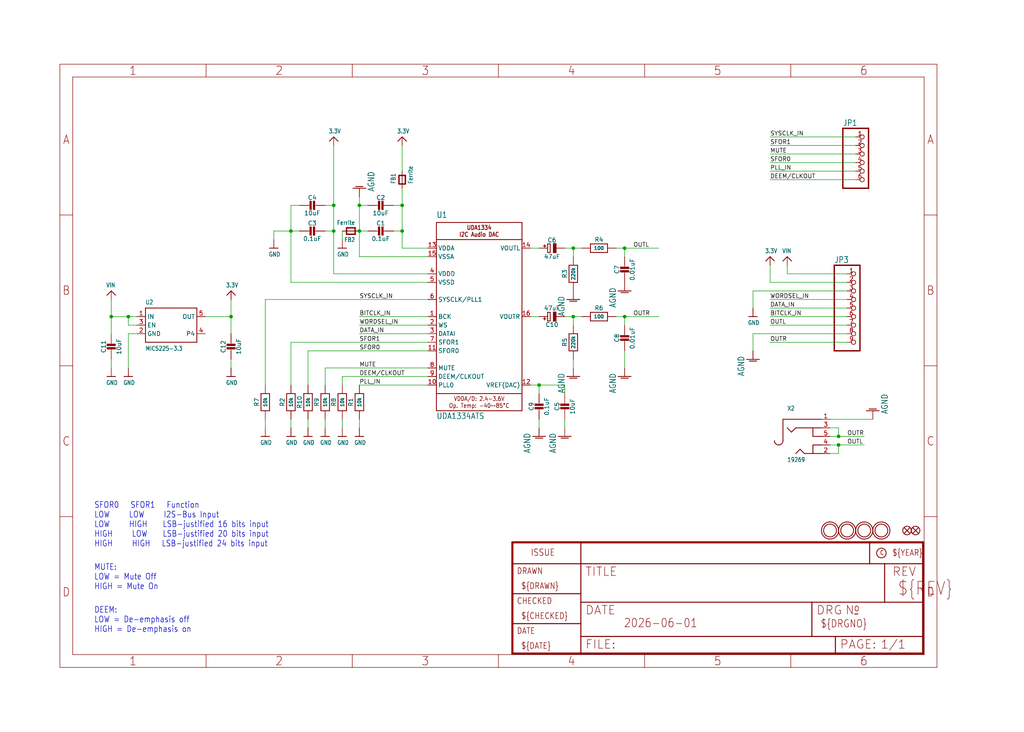
<source format=kicad_sch>
(kicad_sch (version 20230121) (generator eeschema)
  (paper "User" 303.962 217.322)
  (lib_symbols
    (symbol "working-eagle-import:3.3V" (power)
      (property "Value" "3.3V" (at -1.524 1.016 0))
      (symbol "3.3V_1_0"
        (polyline (pts (xy -1.27 -1.27) (xy 0 0)) (stroke (width 0.254)))
        (polyline (pts (xy 0 0) (xy 1.27 -1.27)) (stroke (width 0.254)))
        (pin power_in line (at 0 -2.54 90) (length 2.54) (name "3.3V") (number "1"))
      )
    )
    (symbol "working-eagle-import:AGND" (power)
      (property "Value" "AGND" (at -2.54 -5.08 90))
      (symbol "AGND_1_0"
        (polyline (pts (xy -1.905 0) (xy 1.905 0)) (stroke (width 0.254)))
        (polyline (pts (xy -1.0922 -0.508) (xy 1.0922 -0.508)) (stroke (width 0.254)))
        (pin power_in line (at 0 2.54 270) (length 2.54) (name "AGND") (number "1"))
      )
    )
    (symbol "working-eagle-import:AUDIO_3.5MMJACK"
      (property "Reference" "X" (at -5.08 7.62 0))
      (symbol "AUDIO_3.5MMJACK_1_0"
        (arc (start -8.89 -1.27) (mid -8.518 -2.168) (end -7.62 -2.54) (stroke (width 0.254)))
        (arc (start -7.62 -2.54) (mid -6.722 -2.168) (end -6.35 -1.27) (stroke (width 0.254)))
        (polyline (pts (xy -6.35 5.08) (xy -6.35 -1.27)) (stroke (width 0.254)))
        (polyline (pts (xy -3.81 1.27) (xy -5.08 2.54)) (stroke (width 0.254)))
        (polyline (pts (xy -2.54 2.54) (xy -3.81 1.27)) (stroke (width 0.254)))
        (polyline (pts (xy -1.27 -3.81) (xy -2.54 -5.08)) (stroke (width 0.254)))
        (polyline (pts (xy 0 -5.08) (xy -1.27 -3.81)) (stroke (width 0.254)))
        (polyline (pts (xy 2.54 -5.08) (xy 0 -5.08)) (stroke (width 0.254)))
        (polyline (pts (xy 2.54 -2.54) (xy 2.54 -5.08)) (stroke (width 0.254)))
        (polyline (pts (xy 2.54 0) (xy 2.54 2.54)) (stroke (width 0.254)))
        (polyline (pts (xy 2.54 2.54) (xy -2.54 2.54)) (stroke (width 0.254)))
        (polyline (pts (xy 5.08 -5.08) (xy 2.54 -5.08)) (stroke (width 0.254)))
        (polyline (pts (xy 5.08 -2.54) (xy 2.54 -2.54)) (stroke (width 0.254)))
        (polyline (pts (xy 5.08 0) (xy 2.54 0)) (stroke (width 0.254)))
        (polyline (pts (xy 5.08 2.54) (xy 2.54 2.54)) (stroke (width 0.254)))
        (polyline (pts (xy 5.08 5.08) (xy -6.35 5.08)) (stroke (width 0.254)))
        (pin bidirectional line (at 7.62 5.08 180) (length 2.54) (name "P$1") (number "1"))
        (pin bidirectional line (at 7.62 -5.08 180) (length 2.54) (name "P$5") (number "2"))
        (pin bidirectional line (at 7.62 2.54 180) (length 2.54) (name "P$2") (number "3"))
        (pin bidirectional line (at 7.62 -2.54 180) (length 2.54) (name "P$4") (number "4"))
        (pin bidirectional line (at 7.62 0 180) (length 2.54) (name "P$3") (number "5"))
      )
    )
    (symbol "working-eagle-import:AUDIO_I2S_UDA1334{dblquote}{dblquote}"
      (property "Reference" "U" (at -12.7 29.21 0))
      (symbol "AUDIO_I2S_UDA1334{dblquote}{dblquote}_1_0"
        (polyline (pts (xy -12.7 -27.94) (xy 12.7 -27.94)) (stroke (width 0.254)))
        (polyline (pts (xy -12.7 -22.86) (xy -12.7 -27.94)) (stroke (width 0.254)))
        (polyline (pts (xy -12.7 -22.86) (xy -12.7 22.86)) (stroke (width 0.254)))
        (polyline (pts (xy -12.7 22.86) (xy -12.7 27.94)) (stroke (width 0.254)))
        (polyline (pts (xy -12.7 22.86) (xy 12.7 22.86)) (stroke (width 0.254)))
        (polyline (pts (xy -12.7 27.94) (xy 12.7 27.94)) (stroke (width 0.254)))
        (polyline (pts (xy 12.7 -27.94) (xy 12.7 -22.86)) (stroke (width 0.254)))
        (polyline (pts (xy 12.7 -22.86) (xy -12.7 -22.86)) (stroke (width 0.254)))
        (polyline (pts (xy 12.7 22.86) (xy 12.7 -22.86)) (stroke (width 0.254)))
        (polyline (pts (xy 12.7 27.94) (xy 12.7 22.86)) (stroke (width 0.254)))
        (text "UDA1334\nI2C Audio DAC" (at 0 25.4 0) (effects (font (size 1.27 1.0795) (thickness 0.2159) bold)))
        (text "VDDA/D: 2.4-3.6V\nOp. Temp: -40~~85°C" (at 0 -25.4 0) (effects (font (size 1.27 1.0795))))
        (pin input line (at -15.24 0 0) (length 2.54) (name "BCK") (number "1"))
        (pin input line (at -15.24 -20.32 0) (length 2.54) (name "PLL0") (number "10"))
        (pin input line (at -15.24 -10.16 0) (length 2.54) (name "SFOR0") (number "11"))
        (pin output line (at 15.24 -20.32 180) (length 2.54) (name "VREF(DAC)") (number "12"))
        (pin power_in line (at -15.24 20.32 0) (length 2.54) (name "VDDA") (number "13"))
        (pin output line (at 15.24 20.32 180) (length 2.54) (name "VOUTL") (number "14"))
        (pin power_in line (at -15.24 17.78 0) (length 2.54) (name "VSSA") (number "15"))
        (pin output line (at 15.24 0 180) (length 2.54) (name "VOUTR") (number "16"))
        (pin input line (at -15.24 -2.54 0) (length 2.54) (name "WS") (number "2"))
        (pin input line (at -15.24 -5.08 0) (length 2.54) (name "DATAI") (number "3"))
        (pin power_in line (at -15.24 12.7 0) (length 2.54) (name "VDDD") (number "4"))
        (pin power_in line (at -15.24 10.16 0) (length 2.54) (name "VSSD") (number "5"))
        (pin input line (at -15.24 5.08 0) (length 2.54) (name "SYSCLK/PLL1") (number "6"))
        (pin input line (at -15.24 -7.62 0) (length 2.54) (name "SFOR1") (number "7"))
        (pin input line (at -15.24 -15.24 0) (length 2.54) (name "MUTE") (number "8"))
        (pin bidirectional line (at -15.24 -17.78 0) (length 2.54) (name "DEEM/CLKOUT") (number "9"))
      )
    )
    (symbol "working-eagle-import:CAP_CERAMIC0805-NOOUTLINE"
      (property "Reference" "C" (at -2.29 1.25 90))
      (symbol "CAP_CERAMIC0805-NOOUTLINE_1_0"
        (rectangle (start -1.27 0.508) (end 1.27 1.016) (fill (type outline)))
        (rectangle (start -1.27 1.524) (end 1.27 2.032) (fill (type outline)))
        (polyline (pts (xy 0 0.762) (xy 0 0)) (stroke (width 0.1524)))
        (polyline (pts (xy 0 2.54) (xy 0 1.778)) (stroke (width 0.1524)))
        (pin passive line (at 0 5.08 270) (length 2.54) (name "1") (number "1"))
        (pin passive line (at 0 -2.54 90) (length 2.54) (name "2") (number "2"))
      )
    )
    (symbol "working-eagle-import:CAP_ELECTROLYTICPANASONIC_C"
      (property "Reference" "C" (at -2.39 1.25 90))
      (symbol "CAP_ELECTROLYTICPANASONIC_C_1_0"
        (rectangle (start -1.397 0) (end 1.397 0.889) (fill (type outline)))
        (polyline (pts (xy -1.27 1.778) (xy -1.27 2.54)) (stroke (width 0.254)))
        (polyline (pts (xy -1.27 2.54) (xy 1.27 2.54)) (stroke (width 0.254)))
        (polyline (pts (xy -1.016 3.429) (xy -0.254 3.429)) (stroke (width 0.254)))
        (polyline (pts (xy -0.635 3.81) (xy -0.635 3.048)) (stroke (width 0.254)))
        (polyline (pts (xy 1.27 1.778) (xy -1.27 1.778)) (stroke (width 0.254)))
        (polyline (pts (xy 1.27 2.54) (xy 1.27 1.778)) (stroke (width 0.254)))
        (pin passive line (at 0 5.08 270) (length 2.54) (name "+") (number "+"))
        (pin passive line (at 0 -2.54 90) (length 2.54) (name "-") (number "-"))
      )
    )
    (symbol "working-eagle-import:FERRITE0805"
      (property "Reference" "FB" (at -1.27 1.905 0))
      (symbol "FERRITE0805_1_0"
        (polyline (pts (xy -1.27 -0.9525) (xy -1.27 0.9525)) (stroke (width 0.4064)))
        (polyline (pts (xy -1.27 0.9525) (xy 1.27 0.9525)) (stroke (width 0.4064)))
        (polyline (pts (xy 1.27 -0.9525) (xy -1.27 -0.9525)) (stroke (width 0.4064)))
        (polyline (pts (xy 1.27 0.9525) (xy 1.27 -0.9525)) (stroke (width 0.4064)))
        (pin passive line (at -2.54 0 0) (length 2.54) (name "P$1") (number "1"))
        (pin passive line (at 2.54 0 180) (length 2.54) (name "P$2") (number "2"))
      )
    )
    (symbol "working-eagle-import:FIDUCIAL_1MM"
      (symbol "FIDUCIAL_1MM_1_0"
        (polyline (pts (xy -0.762 0.762) (xy 0.762 -0.762)) (stroke (width 0.254)))
        (polyline (pts (xy 0.762 0.762) (xy -0.762 -0.762)) (stroke (width 0.254)))
        (circle (center 0 0) (radius 1.27) (stroke (width 0.254)))
      )
    )
    (symbol "working-eagle-import:FRAME_A4"
      (symbol "FRAME_A4_1_0"
        (polyline (pts (xy 0 44.7675) (xy 3.81 44.7675)))
        (polyline (pts (xy 0 89.535) (xy 3.81 89.535)))
        (polyline (pts (xy 0 134.3025) (xy 3.81 134.3025)))
        (polyline (pts (xy 3.81 3.81) (xy 3.81 175.26)))
        (polyline (pts (xy 43.3917 0) (xy 43.3917 3.81)))
        (polyline (pts (xy 43.3917 175.26) (xy 43.3917 179.07)))
        (polyline (pts (xy 86.7833 0) (xy 86.7833 3.81)))
        (polyline (pts (xy 86.7833 175.26) (xy 86.7833 179.07)))
        (polyline (pts (xy 130.175 0) (xy 130.175 3.81)))
        (polyline (pts (xy 130.175 175.26) (xy 130.175 179.07)))
        (polyline (pts (xy 173.5667 0) (xy 173.5667 3.81)))
        (polyline (pts (xy 173.5667 175.26) (xy 173.5667 179.07)))
        (polyline (pts (xy 216.9583 0) (xy 216.9583 3.81)))
        (polyline (pts (xy 216.9583 175.26) (xy 216.9583 179.07)))
        (polyline (pts (xy 256.54 3.81) (xy 3.81 3.81)))
        (polyline (pts (xy 256.54 3.81) (xy 256.54 8.89)) (stroke (width 0.1016)))
        (polyline (pts (xy 256.54 3.81) (xy 256.54 175.26)))
        (polyline (pts (xy 256.54 8.89) (xy 256.54 13.97)) (stroke (width 0.1016)))
        (polyline (pts (xy 256.54 13.97) (xy 256.54 19.05)) (stroke (width 0.1016)))
        (polyline (pts (xy 256.54 19.05) (xy 256.54 36.83)) (stroke (width 0.1016)))
        (polyline (pts (xy 256.54 44.7675) (xy 260.35 44.7675)))
        (polyline (pts (xy 256.54 89.535) (xy 260.35 89.535)))
        (polyline (pts (xy 256.54 134.3025) (xy 260.35 134.3025)))
        (polyline (pts (xy 256.54 175.26) (xy 3.81 175.26)))
        (polyline (pts (xy 0 0) (xy 260.35 0) (xy 260.35 179.07) (xy 0 179.07) (xy 0 0)))
        (text "1" (at 21.6958 1.905 0) (effects (font (size 2.54 2.286))))
        (text "1" (at 21.6958 177.165 0) (effects (font (size 2.54 2.286))))
        (text "2" (at 65.0875 1.905 0) (effects (font (size 2.54 2.286))))
        (text "2" (at 65.0875 177.165 0) (effects (font (size 2.54 2.286))))
        (text "3" (at 108.4792 1.905 0) (effects (font (size 2.54 2.286))))
        (text "3" (at 108.4792 177.165 0) (effects (font (size 2.54 2.286))))
        (text "4" (at 151.8708 1.905 0) (effects (font (size 2.54 2.286))))
        (text "4" (at 151.8708 177.165 0) (effects (font (size 2.54 2.286))))
        (text "5" (at 195.2625 1.905 0) (effects (font (size 2.54 2.286))))
        (text "5" (at 195.2625 177.165 0) (effects (font (size 2.54 2.286))))
        (text "6" (at 238.6542 1.905 0) (effects (font (size 2.54 2.286))))
        (text "6" (at 238.6542 177.165 0) (effects (font (size 2.54 2.286))))
        (text "A" (at 1.905 156.6863 0) (effects (font (size 2.54 2.286))))
        (text "A" (at 258.445 156.6863 0) (effects (font (size 2.54 2.286))))
        (text "B" (at 1.905 111.9188 0) (effects (font (size 2.54 2.286))))
        (text "B" (at 258.445 111.9188 0) (effects (font (size 2.54 2.286))))
        (text "C" (at 1.905 67.1513 0) (effects (font (size 2.54 2.286))))
        (text "C" (at 258.445 67.1513 0) (effects (font (size 2.54 2.286))))
        (text "D" (at 1.905 22.3838 0) (effects (font (size 2.54 2.286))))
        (text "D" (at 258.445 22.3838 0) (effects (font (size 2.54 2.286))))
      )
      (symbol "FRAME_A4_2_0"
        (polyline (pts (xy -0.3048 1.5748) (xy 20.0152 1.5748)) (stroke (width 0.6096)))
        (polyline (pts (xy -0.3048 10.4648) (xy -0.3048 1.5748)) (stroke (width 0.6096)))
        (polyline (pts (xy -0.3048 10.4648) (xy 20.0152 10.4648)) (stroke (width 0.3048)))
        (polyline (pts (xy -0.3048 19.3548) (xy -0.3048 10.4648)) (stroke (width 0.6096)))
        (polyline (pts (xy -0.3048 19.3548) (xy 20.0152 19.3548)) (stroke (width 0.3048)))
        (polyline (pts (xy -0.3048 28.2448) (xy -0.3048 19.3548)) (stroke (width 0.6096)))
        (polyline (pts (xy -0.3048 28.2448) (xy 20.0152 28.2448)) (stroke (width 0.3048)))
        (polyline (pts (xy -0.3048 34.5948) (xy -0.3048 28.2448)) (stroke (width 0.6096)))
        (polyline (pts (xy 20.0152 1.5748) (xy 20.0152 6.6548)) (stroke (width 0.3048)))
        (polyline (pts (xy 20.0152 1.5748) (xy 95.5802 1.5748)) (stroke (width 0.6096)))
        (polyline (pts (xy 20.0152 6.6548) (xy 20.0152 10.4648)) (stroke (width 0.3048)))
        (polyline (pts (xy 20.0152 6.6548) (xy 88.5952 6.6548)) (stroke (width 0.3048)))
        (polyline (pts (xy 20.0152 10.4648) (xy 20.0152 16.8148)) (stroke (width 0.3048)))
        (polyline (pts (xy 20.0152 16.8148) (xy 20.0152 19.3548)) (stroke (width 0.3048)))
        (polyline (pts (xy 20.0152 19.3548) (xy 20.0152 28.2448)) (stroke (width 0.3048)))
        (polyline (pts (xy 20.0152 28.2448) (xy 20.0152 34.5948)) (stroke (width 0.3048)))
        (polyline (pts (xy 20.0152 28.2448) (xy 105.7402 28.2448)) (stroke (width 0.3048)))
        (polyline (pts (xy 20.0152 34.5948) (xy -0.3048 34.5948)) (stroke (width 0.6096)))
        (polyline (pts (xy 88.5952 6.6548) (xy 95.5802 6.6548)) (stroke (width 0.3048)))
        (polyline (pts (xy 88.5952 16.8148) (xy 20.0152 16.8148)) (stroke (width 0.3048)))
        (polyline (pts (xy 88.5952 16.8148) (xy 88.5952 6.6548)) (stroke (width 0.3048)))
        (polyline (pts (xy 95.5802 1.5748) (xy 121.6152 1.5748)) (stroke (width 0.6096)))
        (polyline (pts (xy 95.5802 6.6548) (xy 95.5802 1.5748)) (stroke (width 0.3048)))
        (polyline (pts (xy 95.5802 6.6548) (xy 121.6152 6.6548)) (stroke (width 0.3048)))
        (polyline (pts (xy 101.2952 13.3223) (xy 102.2477 13.3223)) (stroke (width 0.254)))
        (polyline (pts (xy 105.7402 28.2448) (xy 105.7402 34.5948)) (stroke (width 0.3048)))
        (polyline (pts (xy 105.7402 28.2448) (xy 110.1852 28.2448)) (stroke (width 0.3048)))
        (polyline (pts (xy 105.7402 34.5948) (xy 20.0152 34.5948)) (stroke (width 0.6096)))
        (polyline (pts (xy 110.1852 16.8148) (xy 88.5952 16.8148)) (stroke (width 0.3048)))
        (polyline (pts (xy 110.1852 28.2448) (xy 110.1852 16.8148)) (stroke (width 0.3048)))
        (polyline (pts (xy 110.1852 28.2448) (xy 121.6152 28.2448)) (stroke (width 0.3048)))
        (polyline (pts (xy 121.6152 6.6548) (xy 121.6152 1.5748)) (stroke (width 0.6096)))
        (polyline (pts (xy 121.6152 16.8148) (xy 110.1852 16.8148)) (stroke (width 0.3048)))
        (polyline (pts (xy 121.6152 16.8148) (xy 121.6152 6.6548)) (stroke (width 0.6096)))
        (polyline (pts (xy 121.6152 28.2448) (xy 121.6152 16.8148)) (stroke (width 0.6096)))
        (polyline (pts (xy 121.6152 34.5948) (xy 105.7402 34.5948)) (stroke (width 0.6096)))
        (polyline (pts (xy 121.6152 34.5948) (xy 121.6152 28.2448)) (stroke (width 0.6096)))
        (circle (center 109.2327 31.4198) (radius 1.4199) (stroke (width 0.254)))
        (text "${#}/${##}" (at 108.9152 2.8448 0) (effects (font (size 2.54 2.54)) (justify left bottom)))
        (text "${CHECKED}" (at 2.2352 11.7348 0) (effects (font (size 1.778 1.5113)) (justify left bottom)))
        (text "${COMPANY}" (at 23.349 29.6735 0) (effects (font (size 3.175 2.6987) (thickness 0.5397) bold) (justify left bottom)))
        (text "${CURRENT_DATE}" (at 32.7152 9.1948 0) (effects (font (size 2.54 2.159)) (justify left bottom)))
        (text "${DATE}" (at 2.2352 2.8448 0) (effects (font (size 1.778 1.5113)) (justify left bottom)))
        (text "${DRAWN}" (at 2.2352 20.6248 0) (effects (font (size 1.778 1.5113)) (justify left bottom)))
        (text "${DRGNO}" (at 91.1352 9.1948 0) (effects (font (size 2.1844 1.8567)) (justify left bottom)))
        (text "${PROJECTNAME}" (at 33.0327 2.8448 0) (effects (font (size 2.54 2.159)) (justify left bottom)))
        (text "${REV}" (at 113.9952 18.7198 0) (effects (font (size 3.81 3.2385)) (justify left bottom)))
        (text "${YEAR}" (at 112.4077 30.4673 0) (effects (font (size 1.778 1.5113)) (justify left bottom)))
        (text "C" (at 108.7564 30.7848 0) (effects (font (size 1.27 1.0795)) (justify left bottom)))
        (text "CHECKED" (at 0.9652 16.1798 0) (effects (font (size 1.778 1.5113)) (justify left bottom)))
        (text "DATE" (at 0.9652 7.2898 0) (effects (font (size 1.778 1.5113)) (justify left bottom)))
        (text "DATE" (at 21.2852 13.0048 0) (effects (font (size 2.54 2.54)) (justify left bottom)))
        (text "DRAWN" (at 0.9652 25.0698 0) (effects (font (size 1.778 1.5113)) (justify left bottom)))
        (text "DRG" (at 89.8652 13.0048 0) (effects (font (size 2.54 2.54)) (justify left bottom)))
        (text "FILE:" (at 21.2852 2.8448 0) (effects (font (size 2.54 2.54)) (justify left bottom)))
        (text "ISSUE" (at 5.0927 30.4673 0) (effects (font (size 1.9304 1.6408)) (justify left bottom)))
        (text "N" (at 98.4377 13.0048 0) (effects (font (size 2.54 2.54)) (justify left bottom)))
        (text "o" (at 100.9777 13.9573 0) (effects (font (size 2.1844 1.8567)) (justify left bottom)))
        (text "PAGE:" (at 96.8502 2.8448 0) (effects (font (size 2.54 2.54)) (justify left bottom)))
        (text "REV" (at 112.4077 24.4348 0) (effects (font (size 2.54 2.54)) (justify left bottom)))
        (text "TITLE" (at 21.2852 24.4348 0) (effects (font (size 2.54 2.54)) (justify left bottom)))
      )
    )
    (symbol "working-eagle-import:GND" (power)
      (property "Value" "GND" (at -1.524 -2.54 0))
      (symbol "GND_1_0"
        (polyline (pts (xy -1.27 0) (xy 1.27 0)) (stroke (width 0.254)))
        (pin power_in line (at 0 2.54 270) (length 2.54) (name "GND") (number "1"))
      )
    )
    (symbol "working-eagle-import:HEADER-1X670MIL"
      (property "Reference" "JP" (at -6.35 10.795 0))
      (symbol "HEADER-1X670MIL_1_0"
        (polyline (pts (xy -6.35 -7.62) (xy 1.27 -7.62)) (stroke (width 0.4064)))
        (polyline (pts (xy -6.35 10.16) (xy -6.35 -7.62)) (stroke (width 0.4064)))
        (polyline (pts (xy 1.27 -7.62) (xy 1.27 10.16)) (stroke (width 0.4064)))
        (polyline (pts (xy 1.27 10.16) (xy -6.35 10.16)) (stroke (width 0.4064)))
        (pin passive inverted (at -2.54 7.62 0) (length 2.54) (name "1") (number "1"))
        (pin passive inverted (at -2.54 5.08 0) (length 2.54) (name "2") (number "2"))
        (pin passive inverted (at -2.54 2.54 0) (length 2.54) (name "3") (number "3"))
        (pin passive inverted (at -2.54 0 0) (length 2.54) (name "4") (number "4"))
        (pin passive inverted (at -2.54 -2.54 0) (length 2.54) (name "5") (number "5"))
        (pin passive inverted (at -2.54 -5.08 0) (length 2.54) (name "6") (number "6"))
      )
    )
    (symbol "working-eagle-import:HEADER-1X970MIL"
      (property "Reference" "JP" (at -6.35 13.335 0))
      (symbol "HEADER-1X970MIL_1_0"
        (polyline (pts (xy -6.35 -12.7) (xy 1.27 -12.7)) (stroke (width 0.4064)))
        (polyline (pts (xy -6.35 12.7) (xy -6.35 -12.7)) (stroke (width 0.4064)))
        (polyline (pts (xy 1.27 -12.7) (xy 1.27 12.7)) (stroke (width 0.4064)))
        (polyline (pts (xy 1.27 12.7) (xy -6.35 12.7)) (stroke (width 0.4064)))
        (pin passive inverted (at -2.54 10.16 0) (length 2.54) (name "1") (number "1"))
        (pin passive inverted (at -2.54 7.62 0) (length 2.54) (name "2") (number "2"))
        (pin passive inverted (at -2.54 5.08 0) (length 2.54) (name "3") (number "3"))
        (pin passive inverted (at -2.54 2.54 0) (length 2.54) (name "4") (number "4"))
        (pin passive inverted (at -2.54 0 0) (length 2.54) (name "5") (number "5"))
        (pin passive inverted (at -2.54 -2.54 0) (length 2.54) (name "6") (number "6"))
        (pin passive inverted (at -2.54 -5.08 0) (length 2.54) (name "7") (number "7"))
        (pin passive inverted (at -2.54 -7.62 0) (length 2.54) (name "8") (number "8"))
        (pin passive inverted (at -2.54 -10.16 0) (length 2.54) (name "9") (number "9"))
      )
    )
    (symbol "working-eagle-import:MOUNTINGHOLE2.5"
      (symbol "MOUNTINGHOLE2.5_1_0"
        (circle (center 0 0) (radius 1.905) (stroke (width 0.254)))
        (circle (center 0 0) (radius 2.54) (stroke (width 0.254)))
      )
    )
    (symbol "working-eagle-import:RESISTOR0805_NOOUTLINE"
      (property "Reference" "R" (at 0 2.54 0))
      (symbol "RESISTOR0805_NOOUTLINE_1_0"
        (polyline (pts (xy -2.54 -1.27) (xy -2.54 1.27)) (stroke (width 0.254)))
        (polyline (pts (xy -2.54 1.27) (xy 2.54 1.27)) (stroke (width 0.254)))
        (polyline (pts (xy 2.54 -1.27) (xy -2.54 -1.27)) (stroke (width 0.254)))
        (polyline (pts (xy 2.54 1.27) (xy 2.54 -1.27)) (stroke (width 0.254)))
        (pin passive line (at -5.08 0 0) (length 2.54) (name "1") (number "1"))
        (pin passive line (at 5.08 0 180) (length 2.54) (name "2") (number "2"))
      )
    )
    (symbol "working-eagle-import:RESISTOR_0603_NOOUT"
      (property "Reference" "R" (at 0 2.54 0))
      (symbol "RESISTOR_0603_NOOUT_1_0"
        (polyline (pts (xy -2.54 -1.27) (xy -2.54 1.27)) (stroke (width 0.254)))
        (polyline (pts (xy -2.54 1.27) (xy 2.54 1.27)) (stroke (width 0.254)))
        (polyline (pts (xy 2.54 -1.27) (xy -2.54 -1.27)) (stroke (width 0.254)))
        (polyline (pts (xy 2.54 1.27) (xy 2.54 -1.27)) (stroke (width 0.254)))
        (pin passive line (at -5.08 0 0) (length 2.54) (name "1") (number "1"))
        (pin passive line (at 5.08 0 180) (length 2.54) (name "2") (number "2"))
      )
    )
    (symbol "working-eagle-import:VIN" (power)
      (property "Value" "VIN" (at -1.524 1.016 0))
      (symbol "VIN_1_0"
        (polyline (pts (xy -1.27 -1.27) (xy 0 0)) (stroke (width 0.254)))
        (polyline (pts (xy 0 0) (xy 1.27 -1.27)) (stroke (width 0.254)))
        (pin power_in line (at 0 -2.54 90) (length 2.54) (name "VIN") (number "1"))
      )
    )
    (symbol "working-eagle-import:VREG_SOT23-5"
      (property "Reference" "U" (at -7.62 6.096 0))
      (symbol "VREG_SOT23-5_1_0"
        (polyline (pts (xy -7.62 -5.08) (xy -7.62 5.08)) (stroke (width 0.254)))
        (polyline (pts (xy -7.62 5.08) (xy 7.62 5.08)) (stroke (width 0.254)))
        (polyline (pts (xy 7.62 -5.08) (xy -7.62 -5.08)) (stroke (width 0.254)))
        (polyline (pts (xy 7.62 5.08) (xy 7.62 -5.08)) (stroke (width 0.254)))
        (pin power_in line (at -10.16 2.54 0) (length 2.54) (name "IN") (number "1"))
        (pin power_in line (at -10.16 -2.54 0) (length 2.54) (name "GND") (number "2"))
        (pin input line (at -10.16 0 0) (length 2.54) (name "EN") (number "3"))
        (pin bidirectional line (at 10.16 -2.54 180) (length 2.54) (name "P4") (number "4"))
        (pin power_in line (at 10.16 2.54 180) (length 2.54) (name "OUT") (number "5"))
      )
    )
  )
  (junction (at 68.58 93.98))
  (junction (at 170.18 73.66))
  (junction (at 33.02 93.98))
  (junction (at 185.42 73.66))
  (junction (at 106.68 60.96))
  (junction (at 99.06 68.58))
  (junction (at 170.18 93.98))
  (junction (at 99.06 60.96))
  (junction (at 119.38 68.58))
  (junction (at 86.36 68.58))
  (junction (at 38.1 93.98))
  (junction (at 106.68 68.58))
  (junction (at 248.92 132.08))
  (junction (at 185.42 93.98))
  (junction (at 248.92 129.54))
  (junction (at 119.38 60.96))
  (junction (at 160.02 114.3))
  (wire (pts (xy 119.38 73.66) (xy 119.38 68.58)) (stroke (width 0.1524)))
  (wire (pts (xy 160.02 114.3) (xy 167.64 114.3)) (stroke (width 0.1524)))
  (wire (pts (xy 86.36 68.58) (xy 81.28 68.58)) (stroke (width 0.1524)))
  (wire (pts (xy 101.6 111.76) (xy 101.6 114.3)) (stroke (width 0.1524)))
  (wire (pts (xy 68.58 106.68) (xy 68.58 109.22)) (stroke (width 0.1524)))
  (wire (pts (xy 106.68 58.42) (xy 106.68 60.96)) (stroke (width 0.1524)))
  (wire (pts (xy 127 114.3) (xy 106.68 114.3)) (stroke (width 0.1524)))
  (wire (pts (xy 116.84 68.58) (xy 119.38 68.58)) (stroke (width 0.1524)))
  (wire (pts (xy 185.42 93.98) (xy 185.42 96.52)) (stroke (width 0.1524)))
  (wire (pts (xy 86.36 60.96) (xy 88.9 60.96)) (stroke (width 0.1524)))
  (wire (pts (xy 251.46 88.9) (xy 228.6 88.9)) (stroke (width 0.1524)))
  (wire (pts (xy 182.88 73.66) (xy 185.42 73.66)) (stroke (width 0.1524)))
  (wire (pts (xy 127 99.06) (xy 106.68 99.06)) (stroke (width 0.1524)))
  (wire (pts (xy 99.06 81.28) (xy 99.06 68.58)) (stroke (width 0.1524)))
  (wire (pts (xy 40.64 93.98) (xy 38.1 93.98)) (stroke (width 0.1524)))
  (wire (pts (xy 185.42 104.14) (xy 185.42 109.22)) (stroke (width 0.1524)))
  (wire (pts (xy 119.38 50.8) (xy 119.38 43.18)) (stroke (width 0.1524)))
  (wire (pts (xy 127 111.76) (xy 101.6 111.76)) (stroke (width 0.1524)))
  (wire (pts (xy 157.48 114.3) (xy 160.02 114.3)) (stroke (width 0.1524)))
  (wire (pts (xy 81.28 68.58) (xy 81.28 71.12)) (stroke (width 0.1524)))
  (wire (pts (xy 91.44 124.46) (xy 91.44 127)) (stroke (width 0.1524)))
  (wire (pts (xy 101.6 68.58) (xy 101.6 71.12)) (stroke (width 0.1524)))
  (wire (pts (xy 38.1 96.52) (xy 38.1 93.98)) (stroke (width 0.1524)))
  (wire (pts (xy 251.46 91.44) (xy 228.6 91.44)) (stroke (width 0.1524)))
  (wire (pts (xy 233.68 81.28) (xy 233.68 78.74)) (stroke (width 0.1524)))
  (wire (pts (xy 86.36 83.82) (xy 86.36 68.58)) (stroke (width 0.1524)))
  (wire (pts (xy 106.68 68.58) (xy 106.68 60.96)) (stroke (width 0.1524)))
  (wire (pts (xy 223.52 99.06) (xy 223.52 104.14)) (stroke (width 0.1524)))
  (wire (pts (xy 246.38 127) (xy 248.92 127)) (stroke (width 0.1524)))
  (wire (pts (xy 254 45.72) (xy 228.6 45.72)) (stroke (width 0.1524)))
  (wire (pts (xy 185.42 93.98) (xy 195.58 93.98)) (stroke (width 0.1524)))
  (wire (pts (xy 223.52 86.36) (xy 223.52 91.44)) (stroke (width 0.1524)))
  (wire (pts (xy 127 83.82) (xy 86.36 83.82)) (stroke (width 0.1524)))
  (wire (pts (xy 99.06 60.96) (xy 99.06 43.18)) (stroke (width 0.1524)))
  (wire (pts (xy 68.58 93.98) (xy 68.58 88.9)) (stroke (width 0.1524)))
  (wire (pts (xy 251.46 86.36) (xy 223.52 86.36)) (stroke (width 0.1524)))
  (wire (pts (xy 127 96.52) (xy 106.68 96.52)) (stroke (width 0.1524)))
  (wire (pts (xy 251.46 96.52) (xy 228.6 96.52)) (stroke (width 0.1524)))
  (wire (pts (xy 99.06 68.58) (xy 99.06 60.96)) (stroke (width 0.1524)))
  (wire (pts (xy 228.6 83.82) (xy 228.6 78.74)) (stroke (width 0.1524)))
  (wire (pts (xy 106.68 60.96) (xy 109.22 60.96)) (stroke (width 0.1524)))
  (wire (pts (xy 254 53.34) (xy 228.6 53.34)) (stroke (width 0.1524)))
  (wire (pts (xy 40.64 99.06) (xy 38.1 99.06)) (stroke (width 0.1524)))
  (wire (pts (xy 248.92 129.54) (xy 256.54 129.54)) (stroke (width 0.1524)))
  (wire (pts (xy 101.6 124.46) (xy 101.6 127)) (stroke (width 0.1524)))
  (wire (pts (xy 106.68 124.46) (xy 106.68 127)) (stroke (width 0.1524)))
  (wire (pts (xy 170.18 73.66) (xy 167.64 73.66)) (stroke (width 0.1524)))
  (wire (pts (xy 251.46 83.82) (xy 228.6 83.82)) (stroke (width 0.1524)))
  (wire (pts (xy 170.18 106.68) (xy 170.18 109.22)) (stroke (width 0.1524)))
  (wire (pts (xy 251.46 101.6) (xy 228.6 101.6)) (stroke (width 0.1524)))
  (wire (pts (xy 106.68 76.2) (xy 106.68 68.58)) (stroke (width 0.1524)))
  (wire (pts (xy 254 50.8) (xy 228.6 50.8)) (stroke (width 0.1524)))
  (wire (pts (xy 127 76.2) (xy 106.68 76.2)) (stroke (width 0.1524)))
  (wire (pts (xy 246.38 129.54) (xy 248.92 129.54)) (stroke (width 0.1524)))
  (wire (pts (xy 60.96 93.98) (xy 68.58 93.98)) (stroke (width 0.1524)))
  (wire (pts (xy 182.88 93.98) (xy 185.42 93.98)) (stroke (width 0.1524)))
  (wire (pts (xy 170.18 76.2) (xy 170.18 73.66)) (stroke (width 0.1524)))
  (wire (pts (xy 167.64 114.3) (xy 167.64 116.84)) (stroke (width 0.1524)))
  (wire (pts (xy 259.08 124.46) (xy 246.38 124.46)) (stroke (width 0.1524)))
  (wire (pts (xy 160.02 93.98) (xy 157.48 93.98)) (stroke (width 0.1524)))
  (wire (pts (xy 127 109.22) (xy 96.52 109.22)) (stroke (width 0.1524)))
  (wire (pts (xy 185.42 73.66) (xy 185.42 76.2)) (stroke (width 0.1524)))
  (wire (pts (xy 248.92 127) (xy 248.92 129.54)) (stroke (width 0.1524)))
  (wire (pts (xy 170.18 73.66) (xy 172.72 73.66)) (stroke (width 0.1524)))
  (wire (pts (xy 251.46 99.06) (xy 223.52 99.06)) (stroke (width 0.1524)))
  (wire (pts (xy 119.38 68.58) (xy 119.38 60.96)) (stroke (width 0.1524)))
  (wire (pts (xy 254 48.26) (xy 228.6 48.26)) (stroke (width 0.1524)))
  (wire (pts (xy 127 81.28) (xy 99.06 81.28)) (stroke (width 0.1524)))
  (wire (pts (xy 33.02 99.06) (xy 33.02 93.98)) (stroke (width 0.1524)))
  (wire (pts (xy 86.36 68.58) (xy 86.36 60.96)) (stroke (width 0.1524)))
  (wire (pts (xy 86.36 124.46) (xy 86.36 127)) (stroke (width 0.1524)))
  (wire (pts (xy 127 104.14) (xy 91.44 104.14)) (stroke (width 0.1524)))
  (wire (pts (xy 96.52 109.22) (xy 96.52 114.3)) (stroke (width 0.1524)))
  (wire (pts (xy 251.46 81.28) (xy 233.68 81.28)) (stroke (width 0.1524)))
  (wire (pts (xy 127 93.98) (xy 106.68 93.98)) (stroke (width 0.1524)))
  (wire (pts (xy 88.9 68.58) (xy 86.36 68.58)) (stroke (width 0.1524)))
  (wire (pts (xy 96.52 124.46) (xy 96.52 127)) (stroke (width 0.1524)))
  (wire (pts (xy 40.64 96.52) (xy 38.1 96.52)) (stroke (width 0.1524)))
  (wire (pts (xy 96.52 60.96) (xy 99.06 60.96)) (stroke (width 0.1524)))
  (wire (pts (xy 254 43.18) (xy 228.6 43.18)) (stroke (width 0.1524)))
  (wire (pts (xy 157.48 73.66) (xy 160.02 73.66)) (stroke (width 0.1524)))
  (wire (pts (xy 86.36 101.6) (xy 86.36 114.3)) (stroke (width 0.1524)))
  (wire (pts (xy 38.1 93.98) (xy 33.02 93.98)) (stroke (width 0.1524)))
  (wire (pts (xy 254 40.64) (xy 228.6 40.64)) (stroke (width 0.1524)))
  (wire (pts (xy 33.02 106.68) (xy 33.02 109.22)) (stroke (width 0.1524)))
  (wire (pts (xy 119.38 60.96) (xy 119.38 55.88)) (stroke (width 0.1524)))
  (wire (pts (xy 170.18 93.98) (xy 172.72 93.98)) (stroke (width 0.1524)))
  (wire (pts (xy 160.02 114.3) (xy 160.02 116.84)) (stroke (width 0.1524)))
  (wire (pts (xy 248.92 132.08) (xy 256.54 132.08)) (stroke (width 0.1524)))
  (wire (pts (xy 246.38 134.62) (xy 248.92 134.62)) (stroke (width 0.1524)))
  (wire (pts (xy 185.42 73.66) (xy 195.58 73.66)) (stroke (width 0.1524)))
  (wire (pts (xy 33.02 93.98) (xy 33.02 88.9)) (stroke (width 0.1524)))
  (wire (pts (xy 91.44 104.14) (xy 91.44 114.3)) (stroke (width 0.1524)))
  (wire (pts (xy 96.52 68.58) (xy 99.06 68.58)) (stroke (width 0.1524)))
  (wire (pts (xy 127 73.66) (xy 119.38 73.66)) (stroke (width 0.1524)))
  (wire (pts (xy 170.18 93.98) (xy 167.64 93.98)) (stroke (width 0.1524)))
  (wire (pts (xy 246.38 132.08) (xy 248.92 132.08)) (stroke (width 0.1524)))
  (wire (pts (xy 170.18 96.52) (xy 170.18 93.98)) (stroke (width 0.1524)))
  (wire (pts (xy 251.46 93.98) (xy 228.6 93.98)) (stroke (width 0.1524)))
  (wire (pts (xy 167.64 124.46) (xy 167.64 127)) (stroke (width 0.1524)))
  (wire (pts (xy 78.74 124.46) (xy 78.74 127)) (stroke (width 0.1524)))
  (wire (pts (xy 68.58 99.06) (xy 68.58 93.98)) (stroke (width 0.1524)))
  (wire (pts (xy 127 88.9) (xy 78.74 88.9)) (stroke (width 0.1524)))
  (wire (pts (xy 78.74 88.9) (xy 78.74 114.3)) (stroke (width 0.1524)))
  (wire (pts (xy 38.1 99.06) (xy 38.1 109.22)) (stroke (width 0.1524)))
  (wire (pts (xy 116.84 60.96) (xy 119.38 60.96)) (stroke (width 0.1524)))
  (wire (pts (xy 127 101.6) (xy 86.36 101.6)) (stroke (width 0.1524)))
  (wire (pts (xy 109.22 68.58) (xy 106.68 68.58)) (stroke (width 0.1524)))
  (wire (pts (xy 248.92 132.08) (xy 248.92 134.62)) (stroke (width 0.1524)))
  (wire (pts (xy 160.02 124.46) (xy 160.02 127)) (stroke (width 0.1524)))
  (text "MUTE:\nLOW = Mute Off\nHIGH = Mute On" (at 27.94 175.26 0) (effects (font (size 1.778 1.5113)) (justify left bottom)))
  (text "DEEM:\nLOW = De-emphasis off\nHIGH = De-emphasis on" (at 27.94 187.96 0) (effects (font (size 1.778 1.5113)) (justify left bottom)))
  (text "SFOR0   SFOR1   Function\nLOW     LOW     I2S-Bus Input\nLOW     HIGH    LSB-justified 16 bits input\nHIGH     LOW    LSB-justified 20 bits input\nHIGH     HIGH   LSB-justified 24 bits input" (at 27.94 162.56 0) (effects (font (size 1.778 1.5113)) (justify left bottom)))
  (label "WORDSEL_IN" (at 228.6 88.9 0) (effects (font (size 1.2446 1.2446))))
  (label "MUTE" (at 106.68 109.22 0) (effects (font (size 1.2446 1.2446))))
  (label "OUTR" (at 251.46 129.54 0) (effects (font (size 1.2446 1.2446))))
  (label "OUTL" (at 251.46 132.08 0) (effects (font (size 1.2446 1.2446))))
  (label "DEEM/CLKOUT" (at 106.68 111.76 0) (effects (font (size 1.2446 1.2446))))
  (label "BITCLK_IN" (at 228.6 93.98 0) (effects (font (size 1.2446 1.2446))))
  (label "MUTE" (at 228.6 45.72 0) (effects (font (size 1.2446 1.2446))))
  (label "SFOR1" (at 228.6 43.18 0) (effects (font (size 1.2446 1.2446))))
  (label "OUTR" (at 228.6 101.6 0) (effects (font (size 1.2446 1.2446))))
  (label "DATA_IN" (at 106.68 99.06 0) (effects (font (size 1.2446 1.2446))))
  (label "SFOR1" (at 106.68 101.6 0) (effects (font (size 1.2446 1.2446))))
  (label "SFOR0" (at 228.6 48.26 0) (effects (font (size 1.2446 1.2446))))
  (label "PLL_IN" (at 106.68 114.3 0) (effects (font (size 1.2446 1.2446))))
  (label "DEEM/CLKOUT" (at 228.6 53.34 0) (effects (font (size 1.2446 1.2446))))
  (label "SYSCLK_IN" (at 106.68 88.9 0) (effects (font (size 1.2446 1.2446))))
  (label "DATA_IN" (at 228.6 91.44 0) (effects (font (size 1.2446 1.2446))))
  (label "OUTL" (at 187.96 73.66 0) (effects (font (size 1.2446 1.2446))))
  (label "OUTR" (at 187.96 93.98 0) (effects (font (size 1.2446 1.2446))))
  (label "WORDSEL_IN" (at 106.68 96.52 0) (effects (font (size 1.2446 1.2446))))
  (label "BITCLK_IN" (at 106.68 93.98 0) (effects (font (size 1.2446 1.2446))))
  (label "SYSCLK_IN" (at 228.6 40.64 0) (effects (font (size 1.2446 1.2446))))
  (label "PLL_IN" (at 228.6 50.8 0) (effects (font (size 1.2446 1.2446))))
  (label "OUTL" (at 228.6 96.52 0) (effects (font (size 1.2446 1.2446))))
  (label "SFOR0" (at 106.68 104.14 0) (effects (font (size 1.2446 1.2446))))
  (symbol (lib_id "working-eagle-import:3.3V") (at 68.58 86.36 0) (unit 1)
    (property "Reference" "#U$21" (effects hide))
    (property "Value" "3.3V" (at 67.056 85.344 0) (effects (font (size 1.27 1.0795)) (justify left bottom)))
  )
  (symbol (lib_id "working-eagle-import:FERRITE0805") (at 119.38 53.34 90) (unit 1)
    (property "Reference" "FB1" (at 117.475 54.61 0) (effects (font (size 1.27 1.0795)) (justify left bottom)))
    (property "Value" "Ferrite" (at 122.555 54.61 0) (effects (font (size 1.27 1.0795)) (justify left bottom)))
    (property "Footprint" "working:0805" (effects hide))
  )
  (symbol (lib_id "working-eagle-import:AGND") (at 160.02 129.54 0) (unit 1)
    (property "Reference" "#AGND2" (effects hide))
    (property "Value" "AGND" (at 157.48 134.62 90) (effects (font (size 1.778 1.5113)) (justify left bottom)))
  )
  (symbol (lib_id "working-eagle-import:CAP_CERAMIC0805-NOOUTLINE") (at 185.42 101.6 0) (unit 1)
    (property "Reference" "C8" (at 183.13 100.35 90))
    (property "Value" "0.01uF" (at 187.72 100.35 90))
    (property "Footprint" "working:0805-NO" (effects hide))
  )
  (symbol (lib_id "working-eagle-import:MOUNTINGHOLE2.5") (at 261.62 157.48 0) (unit 1)
    (property "Reference" "U$11" (effects hide))
    (property "Value" "MOUNTINGHOLE2.5" (effects hide))
    (property "Footprint" "working:MOUNTINGHOLE_2.5_PLATED" (effects hide))
  )
  (symbol (lib_id "working-eagle-import:HEADER-1X670MIL") (at 256.54 48.26 0) (unit 1)
    (property "Reference" "JP1" (at 250.19 37.465 0) (effects (font (size 1.778 1.5113)) (justify left bottom)))
    (property "Value" "HEADER-1X670MIL" (effects hide))
    (property "Footprint" "working:1X06_ROUND_70" (effects hide))
  )
  (symbol (lib_id "working-eagle-import:RESISTOR0805_NOOUTLINE") (at 177.8 73.66 0) (unit 1)
    (property "Reference" "R4" (at 177.8 71.12 0))
    (property "Value" "100" (at 177.8 73.66 0) (effects (font (size 1.016 1.016) bold)))
    (property "Footprint" "working:0805-NO" (effects hide))
  )
  (symbol (lib_id "working-eagle-import:GND") (at 33.02 111.76 0) (unit 1)
    (property "Reference" "#U$19" (effects hide))
    (property "Value" "GND" (at 31.496 114.3 0) (effects (font (size 1.27 1.0795)) (justify left bottom)))
  )
  (symbol (lib_id "working-eagle-import:AUDIO_3.5MMJACK") (at 238.76 129.54 0) (unit 1)
    (property "Reference" "X2" (at 233.68 121.92 0) (effects (font (size 1.27 1.0795)) (justify left bottom)))
    (property "Value" "19269" (at 233.68 137.16 0) (effects (font (size 1.27 1.0795)) (justify left bottom)))
    (property "Footprint" "working:4UCONN_19269" (effects hide))
  )
  (symbol (lib_id "working-eagle-import:HEADER-1X970MIL") (at 254 91.44 0) (unit 1)
    (property "Reference" "JP3" (at 247.65 78.105 0) (effects (font (size 1.778 1.5113)) (justify left bottom)))
    (property "Value" "HEADER-1X970MIL" (effects hide))
    (property "Footprint" "working:1X09_ROUND_70" (effects hide))
  )
  (symbol (lib_id "working-eagle-import:CAP_CERAMIC0805-NOOUTLINE") (at 111.76 60.96 270) (unit 1)
    (property "Reference" "C2" (at 113.01 58.67 90))
    (property "Value" "10uF" (at 113.01 63.26 90))
    (property "Footprint" "working:0805-NO" (effects hide))
  )
  (symbol (lib_id "working-eagle-import:RESISTOR0805_NOOUTLINE") (at 170.18 101.6 90) (unit 1)
    (property "Reference" "R5" (at 167.64 101.6 0))
    (property "Value" "220k" (at 170.18 101.6 0) (effects (font (size 1.016 1.016) bold)))
    (property "Footprint" "working:0805-NO" (effects hide))
  )
  (symbol (lib_id "working-eagle-import:GND") (at 101.6 129.54 0) (unit 1)
    (property "Reference" "#U$16" (effects hide))
    (property "Value" "GND" (at 100.076 132.08 0) (effects (font (size 1.27 1.0795)) (justify left bottom)))
  )
  (symbol (lib_id "working-eagle-import:GND") (at 223.52 93.98 0) (unit 1)
    (property "Reference" "#U$26" (effects hide))
    (property "Value" "GND" (at 221.996 96.52 0) (effects (font (size 1.27 1.0795)) (justify left bottom)))
  )
  (symbol (lib_id "working-eagle-import:CAP_CERAMIC0805-NOOUTLINE") (at 33.02 104.14 0) (unit 1)
    (property "Reference" "C11" (at 30.73 102.89 90))
    (property "Value" "10uF" (at 35.32 102.89 90))
    (property "Footprint" "working:0805-NO" (effects hide))
  )
  (symbol (lib_id "working-eagle-import:FERRITE0805") (at 104.14 68.58 180) (unit 1)
    (property "Reference" "FB2" (at 105.41 70.485 0) (effects (font (size 1.27 1.0795)) (justify left bottom)))
    (property "Value" "Ferrite" (at 105.41 65.405 0) (effects (font (size 1.27 1.0795)) (justify left bottom)))
    (property "Footprint" "working:0805" (effects hide))
  )
  (symbol (lib_id "working-eagle-import:AGND") (at 185.42 86.36 0) (unit 1)
    (property "Reference" "#AGND5" (effects hide))
    (property "Value" "AGND" (at 182.88 91.44 90) (effects (font (size 1.778 1.5113)) (justify left bottom)))
  )
  (symbol (lib_id "working-eagle-import:RESISTOR0805_NOOUTLINE") (at 170.18 81.28 90) (unit 1)
    (property "Reference" "R3" (at 167.64 81.28 0))
    (property "Value" "220k" (at 170.18 81.28 0) (effects (font (size 1.016 1.016) bold)))
    (property "Footprint" "working:0805-NO" (effects hide))
  )
  (symbol (lib_id "working-eagle-import:AUDIO_I2S_UDA1334{dblquote}{dblquote}") (at 142.24 93.98 0) (unit 1)
    (property "Reference" "U1" (at 129.54 64.77 0) (effects (font (size 1.778 1.5113)) (justify left bottom)))
    (property "Value" "UDA1334ATS" (at 129.54 124.46 0) (effects (font (size 1.778 1.5113)) (justify left bottom)))
    (property "Footprint" "working:SSOP16_4.4MM" (effects hide))
  )
  (symbol (lib_id "working-eagle-import:3.3V") (at 119.38 40.64 0) (unit 1)
    (property "Reference" "#U$4" (effects hide))
    (property "Value" "3.3V" (at 117.856 39.624 0) (effects (font (size 1.27 1.0795)) (justify left bottom)))
  )
  (symbol (lib_id "working-eagle-import:CAP_CERAMIC0805-NOOUTLINE") (at 185.42 81.28 0) (unit 1)
    (property "Reference" "C7" (at 183.13 80.03 90))
    (property "Value" "0.01uF" (at 187.72 80.03 90))
    (property "Footprint" "working:0805-NO" (effects hide))
  )
  (symbol (lib_id "working-eagle-import:AGND") (at 167.64 129.54 0) (unit 1)
    (property "Reference" "#AGND1" (effects hide))
    (property "Value" "AGND" (at 165.1 134.62 90) (effects (font (size 1.778 1.5113)) (justify left bottom)))
  )
  (symbol (lib_id "working-eagle-import:3.3V") (at 99.06 40.64 0) (unit 1)
    (property "Reference" "#U$3" (effects hide))
    (property "Value" "3.3V" (at 97.536 39.624 0) (effects (font (size 1.27 1.0795)) (justify left bottom)))
  )
  (symbol (lib_id "working-eagle-import:GND") (at 78.74 129.54 0) (unit 1)
    (property "Reference" "#U$31" (effects hide))
    (property "Value" "GND" (at 77.216 132.08 0) (effects (font (size 1.27 1.0795)) (justify left bottom)))
  )
  (symbol (lib_id "working-eagle-import:CAP_CERAMIC0805-NOOUTLINE") (at 68.58 104.14 0) (unit 1)
    (property "Reference" "C12" (at 66.29 102.89 90))
    (property "Value" "10uF" (at 70.88 102.89 90))
    (property "Footprint" "working:0805-NO" (effects hide))
  )
  (symbol (lib_id "working-eagle-import:RESISTOR_0603_NOOUT") (at 86.36 119.38 90) (unit 1)
    (property "Reference" "R2" (at 83.82 119.38 0))
    (property "Value" "10k" (at 86.36 119.38 0) (effects (font (size 1.016 1.016) bold)))
    (property "Footprint" "working:0603-NO" (effects hide))
  )
  (symbol (lib_id "working-eagle-import:VIN") (at 233.68 76.2 0) (unit 1)
    (property "Reference" "#U$24" (effects hide))
    (property "Value" "VIN" (at 232.156 75.184 0) (effects (font (size 1.27 1.0795)) (justify left bottom)))
  )
  (symbol (lib_id "working-eagle-import:RESISTOR_0603_NOOUT") (at 106.68 119.38 90) (unit 1)
    (property "Reference" "R1" (at 104.14 119.38 0))
    (property "Value" "10k" (at 106.68 119.38 0) (effects (font (size 1.016 1.016) bold)))
    (property "Footprint" "working:0603-NO" (effects hide))
  )
  (symbol (lib_id "working-eagle-import:AGND") (at 170.18 111.76 0) (unit 1)
    (property "Reference" "#AGND4" (effects hide))
    (property "Value" "AGND" (at 167.64 116.84 90) (effects (font (size 1.778 1.5113)) (justify left bottom)))
  )
  (symbol (lib_id "working-eagle-import:GND") (at 106.68 129.54 0) (unit 1)
    (property "Reference" "#U$30" (effects hide))
    (property "Value" "GND" (at 105.156 132.08 0) (effects (font (size 1.27 1.0795)) (justify left bottom)))
  )
  (symbol (lib_id "working-eagle-import:AGND") (at 106.68 55.88 180) (unit 1)
    (property "Reference" "#AGND7" (effects hide))
    (property "Value" "AGND" (at 109.22 50.8 90) (effects (font (size 1.778 1.5113)) (justify left bottom)))
  )
  (symbol (lib_id "working-eagle-import:RESISTOR_0603_NOOUT") (at 91.44 119.38 90) (unit 1)
    (property "Reference" "R10" (at 88.9 119.38 0))
    (property "Value" "10k" (at 91.44 119.38 0) (effects (font (size 1.016 1.016) bold)))
    (property "Footprint" "working:0603-NO" (effects hide))
  )
  (symbol (lib_id "working-eagle-import:VREG_SOT23-5") (at 50.8 96.52 0) (unit 1)
    (property "Reference" "U2" (at 43.18 90.424 0) (effects (font (size 1.27 1.0795)) (justify left bottom)))
    (property "Value" "MIC5225-3.3" (at 43.18 104.14 0) (effects (font (size 1.27 1.0795)) (justify left bottom)))
    (property "Footprint" "working:SOT23-5" (effects hide))
  )
  (symbol (lib_id "working-eagle-import:3.3V") (at 228.6 76.2 0) (unit 1)
    (property "Reference" "#U$25" (effects hide))
    (property "Value" "3.3V" (at 227.076 75.184 0) (effects (font (size 1.27 1.0795)) (justify left bottom)))
  )
  (symbol (lib_id "working-eagle-import:GND") (at 101.6 73.66 0) (unit 1)
    (property "Reference" "#U$2" (effects hide))
    (property "Value" "GND" (at 100.076 76.2 0) (effects (font (size 1.27 1.0795)) (justify left bottom)))
  )
  (symbol (lib_id "working-eagle-import:MOUNTINGHOLE2.5") (at 246.38 157.48 0) (unit 1)
    (property "Reference" "U$14" (effects hide))
    (property "Value" "MOUNTINGHOLE2.5" (effects hide))
    (property "Footprint" "working:MOUNTINGHOLE_2.5_PLATED" (effects hide))
  )
  (symbol (lib_id "working-eagle-import:CAP_ELECTROLYTICPANASONIC_C") (at 165.1 73.66 90) (mirror x) (unit 1)
    (property "Reference" "C6" (at 163.85 71.27 90))
    (property "Value" "47uF" (at 163.85 76.16 90))
    (property "Footprint" "working:PANASONIC_C" (effects hide))
  )
  (symbol (lib_id "working-eagle-import:FRAME_A4") (at 152.4 195.58 0) (unit 2)
    (property "Reference" "#FRAME1" (effects hide))
    (property "Value" "FRAME_A4" (effects hide))
  )
  (symbol (lib_id "working-eagle-import:CAP_ELECTROLYTICPANASONIC_C") (at 165.1 93.98 90) (unit 1)
    (property "Reference" "C10" (at 163.85 96.37 90))
    (property "Value" "47uF" (at 163.85 91.48 90))
    (property "Footprint" "working:PANASONIC_C" (effects hide))
  )
  (symbol (lib_id "working-eagle-import:FRAME_A4") (at 17.78 198.12 0) (unit 1)
    (property "Reference" "#FRAME1" (effects hide))
    (property "Value" "FRAME_A4" (effects hide))
  )
  (symbol (lib_id "working-eagle-import:RESISTOR_0603_NOOUT") (at 96.52 119.38 90) (unit 1)
    (property "Reference" "R9" (at 93.98 119.38 0))
    (property "Value" "10k" (at 96.52 119.38 0) (effects (font (size 1.016 1.016) bold)))
    (property "Footprint" "working:0603-NO" (effects hide))
  )
  (symbol (lib_id "working-eagle-import:CAP_CERAMIC0805-NOOUTLINE") (at 167.64 121.92 0) (unit 1)
    (property "Reference" "C5" (at 165.35 120.67 90))
    (property "Value" "10uF" (at 169.94 120.67 90))
    (property "Footprint" "working:0805-NO" (effects hide))
  )
  (symbol (lib_id "working-eagle-import:RESISTOR_0603_NOOUT") (at 101.6 119.38 90) (unit 1)
    (property "Reference" "R8" (at 99.06 119.38 0))
    (property "Value" "10k" (at 101.6 119.38 0) (effects (font (size 1.016 1.016) bold)))
    (property "Footprint" "working:0603-NO" (effects hide))
  )
  (symbol (lib_id "working-eagle-import:AGND") (at 259.08 121.92 180) (unit 1)
    (property "Reference" "#AGND9" (effects hide))
    (property "Value" "AGND" (at 261.62 116.84 90) (effects (font (size 1.778 1.5113)) (justify left bottom)))
  )
  (symbol (lib_id "working-eagle-import:CAP_CERAMIC0805-NOOUTLINE") (at 91.44 60.96 270) (unit 1)
    (property "Reference" "C4" (at 92.69 58.67 90))
    (property "Value" "10uF" (at 92.69 63.26 90))
    (property "Footprint" "working:0805-NO" (effects hide))
  )
  (symbol (lib_id "working-eagle-import:GND") (at 86.36 129.54 0) (unit 1)
    (property "Reference" "#U$18" (effects hide))
    (property "Value" "GND" (at 84.836 132.08 0) (effects (font (size 1.27 1.0795)) (justify left bottom)))
  )
  (symbol (lib_id "working-eagle-import:GND") (at 68.58 111.76 0) (unit 1)
    (property "Reference" "#U$20" (effects hide))
    (property "Value" "GND" (at 67.056 114.3 0) (effects (font (size 1.27 1.0795)) (justify left bottom)))
  )
  (symbol (lib_id "working-eagle-import:CAP_CERAMIC0805-NOOUTLINE") (at 91.44 68.58 270) (unit 1)
    (property "Reference" "C3" (at 92.69 66.29 90))
    (property "Value" "0.1uF" (at 92.69 70.88 90))
    (property "Footprint" "working:0805-NO" (effects hide))
  )
  (symbol (lib_id "working-eagle-import:GND") (at 38.1 111.76 0) (unit 1)
    (property "Reference" "#U$23" (effects hide))
    (property "Value" "GND" (at 36.576 114.3 0) (effects (font (size 1.27 1.0795)) (justify left bottom)))
  )
  (symbol (lib_id "working-eagle-import:RESISTOR0805_NOOUTLINE") (at 177.8 93.98 0) (unit 1)
    (property "Reference" "R6" (at 177.8 91.44 0))
    (property "Value" "100" (at 177.8 93.98 0) (effects (font (size 1.016 1.016) bold)))
    (property "Footprint" "working:0805-NO" (effects hide))
  )
  (symbol (lib_id "working-eagle-import:MOUNTINGHOLE2.5") (at 251.46 157.48 0) (unit 1)
    (property "Reference" "U$13" (effects hide))
    (property "Value" "MOUNTINGHOLE2.5" (effects hide))
    (property "Footprint" "working:MOUNTINGHOLE_2.5_PLATED" (effects hide))
  )
  (symbol (lib_id "working-eagle-import:GND") (at 96.52 129.54 0) (unit 1)
    (property "Reference" "#U$15" (effects hide))
    (property "Value" "GND" (at 94.996 132.08 0) (effects (font (size 1.27 1.0795)) (justify left bottom)))
  )
  (symbol (lib_id "working-eagle-import:MOUNTINGHOLE2.5") (at 256.54 157.48 0) (unit 1)
    (property "Reference" "U$12" (effects hide))
    (property "Value" "MOUNTINGHOLE2.5" (effects hide))
    (property "Footprint" "working:MOUNTINGHOLE_2.5_PLATED" (effects hide))
  )
  (symbol (lib_id "working-eagle-import:CAP_CERAMIC0805-NOOUTLINE") (at 160.02 121.92 0) (unit 1)
    (property "Reference" "C9" (at 157.73 120.67 90))
    (property "Value" "0.1uF" (at 162.32 120.67 90))
    (property "Footprint" "working:0805-NO" (effects hide))
  )
  (symbol (lib_id "working-eagle-import:RESISTOR_0603_NOOUT") (at 78.74 119.38 90) (unit 1)
    (property "Reference" "R7" (at 76.2 119.38 0))
    (property "Value" "10k" (at 78.74 119.38 0) (effects (font (size 1.016 1.016) bold)))
    (property "Footprint" "working:0603-NO" (effects hide))
  )
  (symbol (lib_id "working-eagle-import:FIDUCIAL_1MM") (at 269.24 157.48 0) (unit 1)
    (property "Reference" "FID2" (effects hide))
    (property "Value" "FIDUCIAL_1MM" (effects hide))
    (property "Footprint" "working:FIDUCIAL_1MM" (effects hide))
  )
  (symbol (lib_id "working-eagle-import:GND") (at 81.28 73.66 0) (unit 1)
    (property "Reference" "#U$1" (effects hide))
    (property "Value" "GND" (at 79.756 76.2 0) (effects (font (size 1.27 1.0795)) (justify left bottom)))
  )
  (symbol (lib_id "working-eagle-import:GND") (at 91.44 129.54 0) (unit 1)
    (property "Reference" "#U$17" (effects hide))
    (property "Value" "GND" (at 89.916 132.08 0) (effects (font (size 1.27 1.0795)) (justify left bottom)))
  )
  (symbol (lib_id "working-eagle-import:AGND") (at 185.42 111.76 0) (unit 1)
    (property "Reference" "#AGND3" (effects hide))
    (property "Value" "AGND" (at 182.88 116.84 90) (effects (font (size 1.778 1.5113)) (justify left bottom)))
  )
  (symbol (lib_id "working-eagle-import:VIN") (at 33.02 86.36 0) (unit 1)
    (property "Reference" "#U$22" (effects hide))
    (property "Value" "VIN" (at 31.496 85.344 0) (effects (font (size 1.27 1.0795)) (justify left bottom)))
  )
  (symbol (lib_id "working-eagle-import:AGND") (at 223.52 106.68 0) (unit 1)
    (property "Reference" "#AGND8" (effects hide))
    (property "Value" "AGND" (at 220.98 111.76 90) (effects (font (size 1.778 1.5113)) (justify left bottom)))
  )
  (symbol (lib_id "working-eagle-import:FIDUCIAL_1MM") (at 271.78 157.48 0) (unit 1)
    (property "Reference" "FID1" (effects hide))
    (property "Value" "FIDUCIAL_1MM" (effects hide))
    (property "Footprint" "working:FIDUCIAL_1MM" (effects hide))
  )
  (symbol (lib_id "working-eagle-import:CAP_CERAMIC0805-NOOUTLINE") (at 111.76 68.58 270) (unit 1)
    (property "Reference" "C1" (at 113.01 66.29 90))
    (property "Value" "0.1uF" (at 113.01 70.88 90))
    (property "Footprint" "working:0805-NO" (effects hide))
  )
  (symbol (lib_id "working-eagle-import:AGND") (at 170.18 88.9 0) (unit 1)
    (property "Reference" "#AGND6" (effects hide))
    (property "Value" "AGND" (at 167.64 93.98 90) (effects (font (size 1.778 1.5113)) (justify left bottom)))
  )
)
</source>
